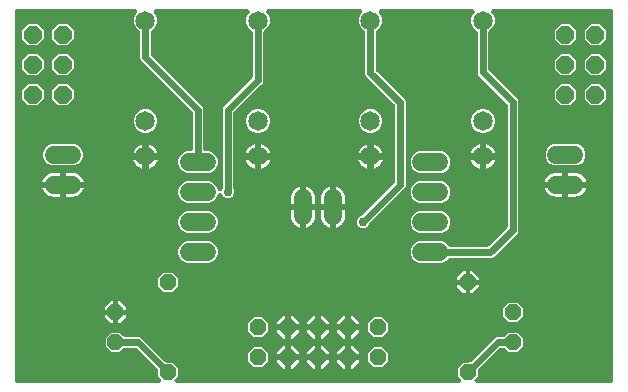
<source format=gbr>
G04 EAGLE Gerber RS-274X export*
G75*
%MOMM*%
%FSLAX34Y34*%
%LPD*%
%INBottom Copper*%
%IPPOS*%
%AMOC8*
5,1,8,0,0,1.08239X$1,22.5*%
G01*
%ADD10P,1.429621X8X292.500000*%
%ADD11P,1.539592X8X22.500000*%
%ADD12P,1.429621X8X112.500000*%
%ADD13C,1.524000*%
%ADD14C,1.650000*%
%ADD15P,1.649562X8X292.500000*%
%ADD16C,0.609600*%
%ADD17C,0.756400*%

G36*
X132198Y10162D02*
X132198Y10162D01*
X132207Y10161D01*
X132399Y10182D01*
X132590Y10201D01*
X132599Y10203D01*
X132608Y10204D01*
X132790Y10262D01*
X132975Y10319D01*
X132983Y10323D01*
X132992Y10326D01*
X133160Y10419D01*
X133329Y10511D01*
X133336Y10516D01*
X133344Y10521D01*
X133491Y10645D01*
X133638Y10768D01*
X133644Y10775D01*
X133651Y10781D01*
X133770Y10932D01*
X133891Y11082D01*
X133895Y11090D01*
X133900Y11097D01*
X133988Y11270D01*
X134076Y11439D01*
X134079Y11448D01*
X134083Y11456D01*
X134135Y11642D01*
X134188Y11826D01*
X134188Y11835D01*
X134191Y11844D01*
X134205Y12037D01*
X134221Y12228D01*
X134220Y12236D01*
X134220Y12245D01*
X134196Y12438D01*
X134174Y12627D01*
X134171Y12636D01*
X134170Y12645D01*
X134108Y12828D01*
X134049Y13010D01*
X134044Y13018D01*
X134042Y13026D01*
X133946Y13192D01*
X133851Y13361D01*
X133845Y13368D01*
X133841Y13375D01*
X133626Y13628D01*
X131571Y15683D01*
X131571Y19871D01*
X131569Y19897D01*
X131571Y19924D01*
X131549Y20098D01*
X131531Y20271D01*
X131524Y20297D01*
X131520Y20323D01*
X131465Y20489D01*
X131413Y20656D01*
X131400Y20680D01*
X131392Y20705D01*
X131305Y20857D01*
X131221Y21010D01*
X131204Y21031D01*
X131191Y21054D01*
X130976Y21307D01*
X113001Y39282D01*
X112980Y39299D01*
X112963Y39320D01*
X112825Y39427D01*
X112689Y39537D01*
X112666Y39550D01*
X112645Y39566D01*
X112488Y39644D01*
X112334Y39726D01*
X112308Y39734D01*
X112284Y39746D01*
X112115Y39791D01*
X111948Y39841D01*
X111921Y39843D01*
X111895Y39850D01*
X111565Y39877D01*
X103014Y39877D01*
X102988Y39875D01*
X102961Y39877D01*
X102787Y39855D01*
X102614Y39837D01*
X102588Y39830D01*
X102562Y39826D01*
X102396Y39770D01*
X102229Y39719D01*
X102205Y39706D01*
X102180Y39698D01*
X102028Y39611D01*
X101875Y39527D01*
X101854Y39510D01*
X101831Y39497D01*
X101578Y39282D01*
X98617Y36321D01*
X91883Y36321D01*
X87121Y41083D01*
X87121Y47817D01*
X91883Y52579D01*
X98617Y52579D01*
X101578Y49618D01*
X101599Y49601D01*
X101616Y49580D01*
X101754Y49473D01*
X101890Y49363D01*
X101913Y49350D01*
X101934Y49334D01*
X102091Y49256D01*
X102245Y49174D01*
X102271Y49166D01*
X102295Y49154D01*
X102464Y49109D01*
X102631Y49059D01*
X102658Y49057D01*
X102684Y49050D01*
X103014Y49023D01*
X115210Y49023D01*
X116890Y48327D01*
X137443Y27774D01*
X137464Y27757D01*
X137481Y27736D01*
X137619Y27629D01*
X137755Y27519D01*
X137778Y27506D01*
X137799Y27490D01*
X137956Y27412D01*
X138110Y27330D01*
X138136Y27322D01*
X138160Y27310D01*
X138329Y27265D01*
X138496Y27215D01*
X138523Y27213D01*
X138549Y27206D01*
X138879Y27179D01*
X143067Y27179D01*
X147829Y22417D01*
X147829Y15683D01*
X145774Y13628D01*
X145768Y13621D01*
X145762Y13616D01*
X145641Y13466D01*
X145519Y13317D01*
X145515Y13309D01*
X145509Y13302D01*
X145421Y13132D01*
X145330Y12961D01*
X145328Y12952D01*
X145324Y12945D01*
X145271Y12760D01*
X145216Y12575D01*
X145215Y12566D01*
X145212Y12558D01*
X145197Y12367D01*
X145179Y12174D01*
X145180Y12165D01*
X145179Y12156D01*
X145202Y11967D01*
X145223Y11774D01*
X145225Y11765D01*
X145226Y11757D01*
X145286Y11575D01*
X145344Y11390D01*
X145348Y11382D01*
X145351Y11374D01*
X145446Y11205D01*
X145539Y11038D01*
X145545Y11031D01*
X145549Y11023D01*
X145675Y10877D01*
X145799Y10731D01*
X145806Y10725D01*
X145812Y10718D01*
X145964Y10601D01*
X146115Y10481D01*
X146123Y10477D01*
X146130Y10472D01*
X146302Y10386D01*
X146474Y10299D01*
X146483Y10296D01*
X146491Y10292D01*
X146677Y10242D01*
X146862Y10191D01*
X146871Y10190D01*
X146880Y10188D01*
X147210Y10161D01*
X386190Y10161D01*
X386198Y10162D01*
X386207Y10161D01*
X386399Y10182D01*
X386590Y10201D01*
X386599Y10203D01*
X386608Y10204D01*
X386790Y10262D01*
X386975Y10319D01*
X386983Y10323D01*
X386992Y10326D01*
X387160Y10419D01*
X387329Y10511D01*
X387336Y10516D01*
X387344Y10521D01*
X387491Y10645D01*
X387638Y10768D01*
X387644Y10775D01*
X387651Y10781D01*
X387770Y10932D01*
X387891Y11082D01*
X387895Y11090D01*
X387900Y11097D01*
X387988Y11270D01*
X388076Y11439D01*
X388079Y11448D01*
X388083Y11456D01*
X388135Y11642D01*
X388188Y11826D01*
X388188Y11835D01*
X388191Y11844D01*
X388205Y12037D01*
X388221Y12228D01*
X388220Y12236D01*
X388220Y12245D01*
X388196Y12438D01*
X388174Y12627D01*
X388171Y12636D01*
X388170Y12645D01*
X388108Y12828D01*
X388049Y13010D01*
X388044Y13018D01*
X388042Y13026D01*
X387946Y13192D01*
X387851Y13361D01*
X387845Y13368D01*
X387841Y13375D01*
X387626Y13628D01*
X385571Y15683D01*
X385571Y22417D01*
X390333Y27179D01*
X394521Y27179D01*
X394547Y27181D01*
X394574Y27179D01*
X394748Y27201D01*
X394921Y27219D01*
X394947Y27226D01*
X394973Y27230D01*
X395139Y27285D01*
X395306Y27337D01*
X395330Y27350D01*
X395355Y27358D01*
X395507Y27445D01*
X395660Y27529D01*
X395681Y27546D01*
X395704Y27559D01*
X395957Y27774D01*
X416510Y48327D01*
X418190Y49023D01*
X424036Y49023D01*
X424062Y49025D01*
X424089Y49023D01*
X424263Y49045D01*
X424436Y49063D01*
X424462Y49070D01*
X424488Y49074D01*
X424654Y49130D01*
X424821Y49181D01*
X424845Y49194D01*
X424870Y49202D01*
X425022Y49289D01*
X425175Y49373D01*
X425196Y49390D01*
X425219Y49403D01*
X425472Y49618D01*
X428433Y52579D01*
X435167Y52579D01*
X439929Y47817D01*
X439929Y41083D01*
X435167Y36321D01*
X428433Y36321D01*
X425472Y39282D01*
X425451Y39299D01*
X425434Y39320D01*
X425296Y39427D01*
X425160Y39537D01*
X425137Y39550D01*
X425116Y39566D01*
X424959Y39644D01*
X424805Y39726D01*
X424779Y39734D01*
X424755Y39746D01*
X424586Y39791D01*
X424419Y39841D01*
X424392Y39843D01*
X424366Y39850D01*
X424036Y39877D01*
X421835Y39877D01*
X421809Y39875D01*
X421782Y39877D01*
X421608Y39855D01*
X421435Y39837D01*
X421409Y39830D01*
X421383Y39826D01*
X421217Y39771D01*
X421050Y39719D01*
X421026Y39706D01*
X421001Y39698D01*
X420849Y39611D01*
X420696Y39527D01*
X420675Y39510D01*
X420652Y39497D01*
X420399Y39282D01*
X402424Y21307D01*
X402407Y21286D01*
X402386Y21269D01*
X402279Y21131D01*
X402169Y20995D01*
X402156Y20972D01*
X402140Y20951D01*
X402062Y20794D01*
X401980Y20640D01*
X401972Y20614D01*
X401960Y20590D01*
X401915Y20421D01*
X401865Y20254D01*
X401863Y20227D01*
X401856Y20201D01*
X401829Y19871D01*
X401829Y15683D01*
X399774Y13628D01*
X399768Y13621D01*
X399762Y13616D01*
X399641Y13466D01*
X399519Y13317D01*
X399515Y13309D01*
X399509Y13302D01*
X399421Y13132D01*
X399330Y12961D01*
X399328Y12952D01*
X399324Y12945D01*
X399271Y12760D01*
X399216Y12575D01*
X399215Y12566D01*
X399212Y12558D01*
X399197Y12367D01*
X399179Y12174D01*
X399180Y12165D01*
X399179Y12156D01*
X399202Y11967D01*
X399223Y11774D01*
X399225Y11765D01*
X399226Y11757D01*
X399286Y11575D01*
X399344Y11390D01*
X399348Y11382D01*
X399351Y11374D01*
X399446Y11205D01*
X399539Y11038D01*
X399545Y11031D01*
X399549Y11023D01*
X399675Y10877D01*
X399799Y10731D01*
X399806Y10725D01*
X399812Y10718D01*
X399964Y10601D01*
X400115Y10481D01*
X400123Y10477D01*
X400130Y10472D01*
X400302Y10386D01*
X400474Y10299D01*
X400483Y10296D01*
X400491Y10292D01*
X400677Y10242D01*
X400862Y10191D01*
X400871Y10190D01*
X400880Y10188D01*
X401210Y10161D01*
X514858Y10161D01*
X514876Y10163D01*
X514894Y10161D01*
X515076Y10182D01*
X515259Y10201D01*
X515276Y10206D01*
X515293Y10208D01*
X515468Y10265D01*
X515644Y10319D01*
X515659Y10327D01*
X515676Y10333D01*
X515836Y10423D01*
X515998Y10511D01*
X516011Y10522D01*
X516027Y10531D01*
X516166Y10651D01*
X516307Y10768D01*
X516318Y10782D01*
X516332Y10794D01*
X516444Y10939D01*
X516559Y11082D01*
X516567Y11098D01*
X516578Y11112D01*
X516660Y11277D01*
X516745Y11439D01*
X516750Y11456D01*
X516758Y11472D01*
X516805Y11651D01*
X516856Y11826D01*
X516858Y11844D01*
X516862Y11861D01*
X516889Y12192D01*
X516889Y324358D01*
X516887Y324376D01*
X516889Y324394D01*
X516868Y324576D01*
X516849Y324759D01*
X516844Y324776D01*
X516842Y324793D01*
X516785Y324968D01*
X516731Y325144D01*
X516723Y325159D01*
X516717Y325176D01*
X516627Y325336D01*
X516539Y325498D01*
X516528Y325511D01*
X516519Y325527D01*
X516399Y325666D01*
X516282Y325807D01*
X516268Y325818D01*
X516256Y325832D01*
X516111Y325944D01*
X515968Y326059D01*
X515952Y326067D01*
X515938Y326078D01*
X515773Y326160D01*
X515611Y326245D01*
X515594Y326250D01*
X515578Y326258D01*
X515399Y326305D01*
X515224Y326356D01*
X515206Y326358D01*
X515189Y326362D01*
X514858Y326389D01*
X415438Y326389D01*
X415429Y326388D01*
X415420Y326389D01*
X415228Y326368D01*
X415038Y326349D01*
X415029Y326347D01*
X415020Y326346D01*
X414838Y326288D01*
X414653Y326231D01*
X414645Y326227D01*
X414636Y326224D01*
X414468Y326131D01*
X414299Y326039D01*
X414292Y326034D01*
X414284Y326029D01*
X414136Y325904D01*
X413989Y325782D01*
X413984Y325775D01*
X413977Y325769D01*
X413857Y325617D01*
X413737Y325468D01*
X413733Y325460D01*
X413727Y325453D01*
X413640Y325280D01*
X413551Y325111D01*
X413549Y325102D01*
X413545Y325094D01*
X413493Y324909D01*
X413440Y324724D01*
X413439Y324715D01*
X413437Y324706D01*
X413423Y324512D01*
X413407Y324322D01*
X413408Y324314D01*
X413408Y324305D01*
X413432Y324114D01*
X413454Y323923D01*
X413457Y323914D01*
X413458Y323905D01*
X413519Y323724D01*
X413579Y323540D01*
X413583Y323532D01*
X413586Y323524D01*
X413682Y323356D01*
X413777Y323189D01*
X413783Y323182D01*
X413787Y323175D01*
X414002Y322922D01*
X414687Y322237D01*
X416175Y318644D01*
X416175Y314756D01*
X414687Y311163D01*
X411850Y308326D01*
X411835Y308318D01*
X411700Y308201D01*
X411562Y308087D01*
X411547Y308070D01*
X411530Y308055D01*
X411421Y307913D01*
X411308Y307774D01*
X411297Y307755D01*
X411284Y307737D01*
X411204Y307577D01*
X411121Y307418D01*
X411114Y307396D01*
X411104Y307376D01*
X411058Y307203D01*
X411008Y307032D01*
X411006Y307009D01*
X411000Y306987D01*
X410973Y306657D01*
X410973Y275785D01*
X410975Y275759D01*
X410973Y275732D01*
X410995Y275558D01*
X411013Y275385D01*
X411020Y275359D01*
X411024Y275333D01*
X411079Y275167D01*
X411131Y275000D01*
X411144Y274976D01*
X411152Y274951D01*
X411239Y274799D01*
X411323Y274646D01*
X411340Y274625D01*
X411353Y274602D01*
X411568Y274349D01*
X435677Y250240D01*
X436373Y248560D01*
X436373Y138790D01*
X435677Y137110D01*
X415340Y116773D01*
X413660Y116077D01*
X378771Y116077D01*
X378745Y116075D01*
X378718Y116077D01*
X378544Y116055D01*
X378371Y116037D01*
X378345Y116030D01*
X378318Y116026D01*
X378153Y115970D01*
X377986Y115919D01*
X377962Y115906D01*
X377937Y115898D01*
X377786Y115811D01*
X377632Y115727D01*
X377611Y115710D01*
X377588Y115697D01*
X377335Y115482D01*
X374750Y112897D01*
X371389Y111505D01*
X352511Y111505D01*
X349150Y112897D01*
X346577Y115470D01*
X345185Y118831D01*
X345185Y122469D01*
X346577Y125830D01*
X349150Y128403D01*
X352511Y129795D01*
X371389Y129795D01*
X374750Y128403D01*
X377335Y125818D01*
X377356Y125801D01*
X377373Y125780D01*
X377511Y125673D01*
X377646Y125563D01*
X377670Y125550D01*
X377691Y125534D01*
X377848Y125456D01*
X378002Y125374D01*
X378028Y125366D01*
X378052Y125354D01*
X378221Y125309D01*
X378388Y125259D01*
X378415Y125257D01*
X378441Y125250D01*
X378771Y125223D01*
X410015Y125223D01*
X410041Y125225D01*
X410068Y125223D01*
X410242Y125245D01*
X410415Y125263D01*
X410441Y125270D01*
X410467Y125274D01*
X410633Y125329D01*
X410800Y125381D01*
X410824Y125394D01*
X410849Y125402D01*
X411001Y125489D01*
X411154Y125573D01*
X411175Y125590D01*
X411198Y125603D01*
X411451Y125818D01*
X426632Y140999D01*
X426649Y141020D01*
X426670Y141037D01*
X426777Y141175D01*
X426887Y141311D01*
X426900Y141334D01*
X426916Y141355D01*
X426994Y141512D01*
X427076Y141666D01*
X427084Y141692D01*
X427096Y141716D01*
X427141Y141885D01*
X427191Y142052D01*
X427193Y142079D01*
X427200Y142105D01*
X427227Y142435D01*
X427227Y244915D01*
X427225Y244941D01*
X427227Y244968D01*
X427205Y245142D01*
X427187Y245315D01*
X427180Y245341D01*
X427176Y245367D01*
X427121Y245533D01*
X427069Y245700D01*
X427056Y245724D01*
X427048Y245749D01*
X426961Y245901D01*
X426877Y246054D01*
X426860Y246075D01*
X426847Y246098D01*
X426632Y246351D01*
X402523Y270460D01*
X401827Y272140D01*
X401827Y306657D01*
X401825Y306679D01*
X401827Y306702D01*
X401805Y306879D01*
X401787Y307057D01*
X401781Y307079D01*
X401778Y307101D01*
X401722Y307271D01*
X401669Y307442D01*
X401658Y307462D01*
X401651Y307483D01*
X401563Y307639D01*
X401477Y307796D01*
X401463Y307814D01*
X401452Y307833D01*
X401334Y307968D01*
X401220Y308106D01*
X401202Y308120D01*
X401187Y308137D01*
X401045Y308246D01*
X400970Y308306D01*
X398113Y311163D01*
X396625Y314756D01*
X396625Y318644D01*
X398113Y322237D01*
X398798Y322922D01*
X398804Y322929D01*
X398811Y322934D01*
X398930Y323083D01*
X399053Y323233D01*
X399057Y323241D01*
X399063Y323248D01*
X399151Y323418D01*
X399242Y323589D01*
X399244Y323598D01*
X399249Y323605D01*
X399302Y323790D01*
X399357Y323975D01*
X399357Y323984D01*
X399360Y323992D01*
X399375Y324181D01*
X399393Y324376D01*
X399392Y324385D01*
X399393Y324394D01*
X399371Y324583D01*
X399350Y324776D01*
X399347Y324785D01*
X399346Y324793D01*
X399286Y324976D01*
X399228Y325160D01*
X399224Y325168D01*
X399221Y325176D01*
X399126Y325344D01*
X399033Y325512D01*
X399028Y325519D01*
X399023Y325527D01*
X398898Y325672D01*
X398773Y325819D01*
X398766Y325825D01*
X398760Y325832D01*
X398607Y325950D01*
X398457Y326069D01*
X398449Y326073D01*
X398442Y326078D01*
X398270Y326164D01*
X398098Y326251D01*
X398089Y326254D01*
X398081Y326258D01*
X397896Y326307D01*
X397710Y326359D01*
X397701Y326360D01*
X397693Y326362D01*
X397362Y326389D01*
X320188Y326389D01*
X320179Y326388D01*
X320170Y326389D01*
X319978Y326368D01*
X319788Y326349D01*
X319779Y326347D01*
X319770Y326346D01*
X319588Y326288D01*
X319403Y326231D01*
X319395Y326227D01*
X319386Y326224D01*
X319218Y326131D01*
X319049Y326039D01*
X319042Y326034D01*
X319034Y326029D01*
X318886Y325904D01*
X318739Y325782D01*
X318734Y325775D01*
X318727Y325769D01*
X318607Y325617D01*
X318487Y325468D01*
X318483Y325460D01*
X318477Y325453D01*
X318390Y325280D01*
X318301Y325111D01*
X318299Y325102D01*
X318295Y325094D01*
X318243Y324909D01*
X318190Y324724D01*
X318189Y324715D01*
X318187Y324706D01*
X318173Y324512D01*
X318157Y324322D01*
X318158Y324314D01*
X318158Y324305D01*
X318182Y324114D01*
X318204Y323923D01*
X318207Y323914D01*
X318208Y323905D01*
X318269Y323724D01*
X318329Y323540D01*
X318333Y323532D01*
X318336Y323524D01*
X318432Y323356D01*
X318527Y323189D01*
X318533Y323182D01*
X318537Y323175D01*
X318752Y322922D01*
X319437Y322237D01*
X320925Y318644D01*
X320925Y314756D01*
X319437Y311163D01*
X316600Y308326D01*
X316585Y308318D01*
X316450Y308201D01*
X316312Y308087D01*
X316297Y308070D01*
X316280Y308055D01*
X316171Y307913D01*
X316058Y307774D01*
X316047Y307755D01*
X316034Y307737D01*
X315954Y307577D01*
X315871Y307418D01*
X315864Y307396D01*
X315854Y307376D01*
X315808Y307203D01*
X315758Y307032D01*
X315756Y307009D01*
X315750Y306987D01*
X315723Y306657D01*
X315723Y274863D01*
X315727Y274816D01*
X315725Y274769D01*
X315747Y274617D01*
X315763Y274463D01*
X315776Y274418D01*
X315783Y274371D01*
X315835Y274226D01*
X315881Y274078D01*
X315903Y274036D01*
X315919Y273992D01*
X315999Y273860D01*
X316073Y273724D01*
X316103Y273688D01*
X316127Y273647D01*
X316292Y273461D01*
X316330Y273415D01*
X316338Y273408D01*
X316347Y273399D01*
X338820Y251810D01*
X338829Y251803D01*
X338836Y251795D01*
X338988Y251678D01*
X338991Y251676D01*
X339736Y250931D01*
X339750Y250919D01*
X339765Y250902D01*
X340408Y250284D01*
X340749Y249461D01*
X340758Y249445D01*
X340765Y249424D01*
X341123Y248607D01*
X341123Y247716D01*
X341125Y247698D01*
X341123Y247675D01*
X341144Y246659D01*
X341123Y246405D01*
X341123Y176890D01*
X340427Y175210D01*
X310319Y145102D01*
X310299Y145078D01*
X310275Y145057D01*
X310171Y144922D01*
X310063Y144790D01*
X310049Y144763D01*
X310030Y144738D01*
X309878Y144443D01*
X309299Y143044D01*
X307806Y141551D01*
X305856Y140743D01*
X303744Y140743D01*
X301794Y141551D01*
X300301Y143044D01*
X299493Y144994D01*
X299493Y147106D01*
X300301Y149056D01*
X301794Y150549D01*
X303193Y151128D01*
X303220Y151143D01*
X303250Y151153D01*
X303398Y151238D01*
X303548Y151318D01*
X303572Y151338D01*
X303599Y151354D01*
X303852Y151569D01*
X331382Y179099D01*
X331399Y179120D01*
X331420Y179137D01*
X331527Y179275D01*
X331637Y179411D01*
X331650Y179434D01*
X331666Y179455D01*
X331744Y179612D01*
X331826Y179766D01*
X331834Y179792D01*
X331846Y179816D01*
X331891Y179985D01*
X331941Y180152D01*
X331943Y180179D01*
X331950Y180205D01*
X331977Y180535D01*
X331977Y244837D01*
X331973Y244884D01*
X331975Y244931D01*
X331953Y245083D01*
X331937Y245237D01*
X331924Y245282D01*
X331917Y245329D01*
X331865Y245474D01*
X331819Y245622D01*
X331797Y245664D01*
X331781Y245708D01*
X331701Y245840D01*
X331627Y245976D01*
X331597Y246012D01*
X331573Y246053D01*
X331408Y246239D01*
X331370Y246285D01*
X331362Y246292D01*
X331353Y246301D01*
X308880Y267890D01*
X308871Y267897D01*
X308864Y267905D01*
X308712Y268022D01*
X308709Y268024D01*
X307964Y268769D01*
X307950Y268781D01*
X307935Y268798D01*
X307292Y269416D01*
X306951Y270239D01*
X306942Y270255D01*
X306935Y270276D01*
X306577Y271093D01*
X306577Y271984D01*
X306575Y272002D01*
X306577Y272025D01*
X306556Y273041D01*
X306577Y273295D01*
X306577Y306657D01*
X306575Y306679D01*
X306577Y306702D01*
X306555Y306879D01*
X306537Y307057D01*
X306531Y307079D01*
X306528Y307101D01*
X306472Y307271D01*
X306419Y307442D01*
X306408Y307462D01*
X306401Y307483D01*
X306313Y307639D01*
X306227Y307796D01*
X306213Y307814D01*
X306202Y307833D01*
X306084Y307968D01*
X305970Y308106D01*
X305952Y308120D01*
X305937Y308137D01*
X305795Y308246D01*
X305720Y308306D01*
X302863Y311163D01*
X301375Y314756D01*
X301375Y318644D01*
X302863Y322237D01*
X303548Y322922D01*
X303554Y322929D01*
X303561Y322934D01*
X303680Y323083D01*
X303803Y323233D01*
X303807Y323241D01*
X303813Y323248D01*
X303901Y323418D01*
X303992Y323589D01*
X303994Y323598D01*
X303999Y323605D01*
X304052Y323790D01*
X304107Y323975D01*
X304107Y323984D01*
X304110Y323992D01*
X304125Y324181D01*
X304143Y324376D01*
X304142Y324385D01*
X304143Y324394D01*
X304121Y324583D01*
X304100Y324776D01*
X304097Y324785D01*
X304096Y324793D01*
X304036Y324976D01*
X303978Y325160D01*
X303974Y325168D01*
X303971Y325176D01*
X303876Y325344D01*
X303783Y325512D01*
X303778Y325519D01*
X303773Y325527D01*
X303648Y325672D01*
X303523Y325819D01*
X303516Y325825D01*
X303510Y325832D01*
X303357Y325950D01*
X303207Y326069D01*
X303199Y326073D01*
X303192Y326078D01*
X303020Y326164D01*
X302848Y326251D01*
X302839Y326254D01*
X302831Y326258D01*
X302646Y326307D01*
X302460Y326359D01*
X302451Y326360D01*
X302443Y326362D01*
X302112Y326389D01*
X224938Y326389D01*
X224929Y326388D01*
X224920Y326389D01*
X224728Y326368D01*
X224538Y326349D01*
X224529Y326347D01*
X224520Y326346D01*
X224338Y326288D01*
X224153Y326231D01*
X224145Y326227D01*
X224136Y326224D01*
X223968Y326131D01*
X223799Y326039D01*
X223792Y326034D01*
X223784Y326029D01*
X223636Y325904D01*
X223489Y325782D01*
X223484Y325775D01*
X223477Y325769D01*
X223357Y325617D01*
X223237Y325468D01*
X223233Y325460D01*
X223227Y325453D01*
X223140Y325280D01*
X223051Y325111D01*
X223049Y325102D01*
X223045Y325094D01*
X222993Y324909D01*
X222940Y324724D01*
X222939Y324715D01*
X222937Y324706D01*
X222923Y324512D01*
X222907Y324322D01*
X222908Y324314D01*
X222908Y324305D01*
X222932Y324114D01*
X222954Y323923D01*
X222957Y323914D01*
X222958Y323905D01*
X223019Y323724D01*
X223079Y323540D01*
X223083Y323532D01*
X223086Y323524D01*
X223182Y323356D01*
X223277Y323189D01*
X223283Y323182D01*
X223287Y323175D01*
X223502Y322922D01*
X224187Y322237D01*
X225675Y318644D01*
X225675Y314756D01*
X224187Y311163D01*
X221350Y308326D01*
X221335Y308318D01*
X221200Y308201D01*
X221062Y308087D01*
X221047Y308070D01*
X221030Y308055D01*
X220921Y307913D01*
X220808Y307774D01*
X220797Y307755D01*
X220784Y307737D01*
X220704Y307577D01*
X220621Y307418D01*
X220614Y307396D01*
X220604Y307376D01*
X220558Y307203D01*
X220508Y307032D01*
X220506Y307009D01*
X220500Y306987D01*
X220473Y306657D01*
X220473Y265790D01*
X219777Y264110D01*
X218205Y262538D01*
X195668Y240001D01*
X195651Y239980D01*
X195630Y239963D01*
X195523Y239825D01*
X195413Y239689D01*
X195400Y239666D01*
X195384Y239645D01*
X195306Y239488D01*
X195224Y239334D01*
X195216Y239308D01*
X195204Y239284D01*
X195159Y239115D01*
X195109Y238948D01*
X195107Y238921D01*
X195100Y238895D01*
X195073Y238565D01*
X195073Y174682D01*
X195074Y174669D01*
X195073Y174656D01*
X195075Y174639D01*
X195074Y174620D01*
X195096Y174450D01*
X195113Y174281D01*
X195120Y174258D01*
X195120Y174257D01*
X195122Y174251D01*
X195126Y174220D01*
X195227Y173904D01*
X195807Y172506D01*
X195807Y170394D01*
X194999Y168444D01*
X193506Y166951D01*
X191556Y166143D01*
X189444Y166143D01*
X187494Y166951D01*
X186001Y168444D01*
X185564Y169500D01*
X185559Y169508D01*
X185557Y169516D01*
X185465Y169684D01*
X185374Y169855D01*
X185368Y169862D01*
X185364Y169870D01*
X185240Y170017D01*
X185117Y170165D01*
X185110Y170171D01*
X185104Y170178D01*
X184954Y170298D01*
X184805Y170419D01*
X184797Y170423D01*
X184790Y170429D01*
X184619Y170516D01*
X184448Y170606D01*
X184439Y170609D01*
X184431Y170613D01*
X184248Y170665D01*
X184062Y170719D01*
X184053Y170720D01*
X184044Y170722D01*
X183853Y170737D01*
X183660Y170754D01*
X183652Y170753D01*
X183643Y170753D01*
X183453Y170730D01*
X183260Y170709D01*
X183252Y170706D01*
X183243Y170705D01*
X183063Y170645D01*
X182877Y170585D01*
X182869Y170581D01*
X182861Y170578D01*
X182695Y170484D01*
X182526Y170389D01*
X182519Y170383D01*
X182511Y170379D01*
X182366Y170252D01*
X182220Y170127D01*
X182214Y170120D01*
X182207Y170114D01*
X182090Y169962D01*
X181972Y169810D01*
X181968Y169802D01*
X181962Y169795D01*
X181810Y169500D01*
X180473Y166270D01*
X177900Y163697D01*
X174639Y162346D01*
X174638Y162346D01*
X174539Y162305D01*
X155661Y162305D01*
X152300Y163697D01*
X149727Y166270D01*
X148335Y169631D01*
X148335Y173269D01*
X149727Y176630D01*
X152300Y179203D01*
X155661Y180595D01*
X174539Y180595D01*
X177900Y179203D01*
X180473Y176630D01*
X181810Y173400D01*
X181815Y173392D01*
X181817Y173383D01*
X181910Y173215D01*
X182001Y173045D01*
X182006Y173038D01*
X182011Y173030D01*
X182134Y172884D01*
X182257Y172735D01*
X182264Y172729D01*
X182270Y172722D01*
X182421Y172602D01*
X182570Y172481D01*
X182578Y172477D01*
X182585Y172471D01*
X182757Y172383D01*
X182926Y172294D01*
X182935Y172291D01*
X182943Y172287D01*
X183128Y172235D01*
X183313Y172181D01*
X183322Y172180D01*
X183330Y172178D01*
X183522Y172163D01*
X183714Y172146D01*
X183723Y172147D01*
X183732Y172147D01*
X183924Y172170D01*
X184114Y172191D01*
X184122Y172194D01*
X184131Y172195D01*
X184314Y172256D01*
X184497Y172315D01*
X184505Y172319D01*
X184514Y172322D01*
X184681Y172417D01*
X184849Y172511D01*
X184855Y172517D01*
X184863Y172521D01*
X185009Y172648D01*
X185154Y172773D01*
X185160Y172780D01*
X185167Y172786D01*
X185284Y172939D01*
X185403Y173090D01*
X185407Y173098D01*
X185412Y173105D01*
X185564Y173400D01*
X185773Y173904D01*
X185782Y173934D01*
X185796Y173962D01*
X185840Y174127D01*
X185889Y174290D01*
X185892Y174318D01*
X185894Y174326D01*
X185894Y174329D01*
X185900Y174351D01*
X185927Y174682D01*
X185927Y242210D01*
X186623Y243890D01*
X210732Y267999D01*
X210749Y268020D01*
X210770Y268037D01*
X210877Y268175D01*
X210987Y268311D01*
X211000Y268334D01*
X211016Y268355D01*
X211094Y268512D01*
X211176Y268666D01*
X211184Y268692D01*
X211196Y268716D01*
X211241Y268885D01*
X211291Y269052D01*
X211293Y269079D01*
X211300Y269105D01*
X211327Y269435D01*
X211327Y306657D01*
X211325Y306679D01*
X211327Y306702D01*
X211305Y306879D01*
X211287Y307057D01*
X211281Y307079D01*
X211278Y307101D01*
X211222Y307271D01*
X211169Y307442D01*
X211158Y307462D01*
X211151Y307483D01*
X211063Y307639D01*
X210977Y307796D01*
X210963Y307814D01*
X210952Y307833D01*
X210834Y307968D01*
X210720Y308106D01*
X210702Y308120D01*
X210687Y308137D01*
X210545Y308246D01*
X210470Y308306D01*
X207613Y311163D01*
X206125Y314756D01*
X206125Y318644D01*
X207613Y322237D01*
X208298Y322922D01*
X208304Y322929D01*
X208311Y322934D01*
X208430Y323083D01*
X208553Y323233D01*
X208557Y323241D01*
X208563Y323248D01*
X208651Y323418D01*
X208742Y323589D01*
X208744Y323598D01*
X208749Y323605D01*
X208802Y323790D01*
X208857Y323975D01*
X208857Y323984D01*
X208860Y323992D01*
X208875Y324181D01*
X208893Y324376D01*
X208892Y324385D01*
X208893Y324394D01*
X208871Y324583D01*
X208850Y324776D01*
X208847Y324785D01*
X208846Y324793D01*
X208786Y324976D01*
X208728Y325160D01*
X208724Y325168D01*
X208721Y325176D01*
X208626Y325344D01*
X208533Y325512D01*
X208528Y325519D01*
X208523Y325527D01*
X208398Y325672D01*
X208273Y325819D01*
X208266Y325825D01*
X208260Y325832D01*
X208107Y325950D01*
X207957Y326069D01*
X207949Y326073D01*
X207942Y326078D01*
X207770Y326164D01*
X207598Y326251D01*
X207589Y326254D01*
X207581Y326258D01*
X207396Y326307D01*
X207210Y326359D01*
X207201Y326360D01*
X207193Y326362D01*
X206862Y326389D01*
X129688Y326389D01*
X129679Y326388D01*
X129670Y326389D01*
X129478Y326368D01*
X129288Y326349D01*
X129279Y326347D01*
X129270Y326346D01*
X129088Y326288D01*
X128903Y326231D01*
X128895Y326227D01*
X128886Y326224D01*
X128718Y326131D01*
X128549Y326039D01*
X128542Y326034D01*
X128534Y326029D01*
X128386Y325904D01*
X128239Y325782D01*
X128234Y325775D01*
X128227Y325769D01*
X128107Y325617D01*
X127987Y325468D01*
X127983Y325460D01*
X127977Y325453D01*
X127890Y325280D01*
X127801Y325111D01*
X127799Y325102D01*
X127795Y325094D01*
X127743Y324909D01*
X127690Y324724D01*
X127689Y324715D01*
X127687Y324706D01*
X127673Y324512D01*
X127657Y324322D01*
X127658Y324314D01*
X127658Y324305D01*
X127682Y324114D01*
X127704Y323923D01*
X127707Y323914D01*
X127708Y323905D01*
X127769Y323724D01*
X127829Y323540D01*
X127833Y323532D01*
X127836Y323524D01*
X127932Y323356D01*
X128027Y323189D01*
X128033Y323182D01*
X128037Y323175D01*
X128252Y322922D01*
X128937Y322237D01*
X130425Y318644D01*
X130425Y314756D01*
X128937Y311163D01*
X126100Y308326D01*
X126085Y308318D01*
X125950Y308201D01*
X125812Y308087D01*
X125797Y308070D01*
X125780Y308055D01*
X125671Y307913D01*
X125558Y307774D01*
X125547Y307755D01*
X125534Y307737D01*
X125454Y307577D01*
X125371Y307418D01*
X125364Y307396D01*
X125354Y307376D01*
X125308Y307203D01*
X125258Y307032D01*
X125256Y307009D01*
X125250Y306987D01*
X125223Y306657D01*
X125223Y288485D01*
X125225Y288459D01*
X125223Y288432D01*
X125245Y288258D01*
X125263Y288085D01*
X125270Y288059D01*
X125274Y288033D01*
X125329Y287867D01*
X125381Y287700D01*
X125394Y287676D01*
X125402Y287651D01*
X125489Y287499D01*
X125573Y287346D01*
X125590Y287325D01*
X125603Y287302D01*
X125818Y287049D01*
X168977Y243890D01*
X169673Y242210D01*
X169673Y208026D01*
X169675Y208008D01*
X169673Y207990D01*
X169694Y207808D01*
X169713Y207625D01*
X169718Y207608D01*
X169720Y207591D01*
X169777Y207416D01*
X169831Y207240D01*
X169839Y207225D01*
X169845Y207208D01*
X169935Y207048D01*
X170023Y206886D01*
X170034Y206873D01*
X170043Y206857D01*
X170163Y206718D01*
X170280Y206577D01*
X170294Y206566D01*
X170306Y206552D01*
X170452Y206439D01*
X170594Y206325D01*
X170610Y206317D01*
X170624Y206306D01*
X170789Y206224D01*
X170951Y206139D01*
X170968Y206134D01*
X170984Y206126D01*
X171163Y206079D01*
X171338Y206028D01*
X171356Y206026D01*
X171373Y206022D01*
X171704Y205995D01*
X174539Y205995D01*
X177900Y204603D01*
X180473Y202030D01*
X181865Y198669D01*
X181865Y195031D01*
X180473Y191670D01*
X177900Y189097D01*
X177068Y188753D01*
X174539Y187705D01*
X155661Y187705D01*
X152300Y189097D01*
X149727Y191670D01*
X148335Y195031D01*
X148335Y198669D01*
X149727Y202030D01*
X152300Y204603D01*
X154029Y205319D01*
X155661Y205995D01*
X158496Y205995D01*
X158514Y205997D01*
X158532Y205995D01*
X158714Y206016D01*
X158897Y206035D01*
X158914Y206040D01*
X158931Y206042D01*
X159106Y206099D01*
X159282Y206153D01*
X159297Y206161D01*
X159314Y206167D01*
X159474Y206257D01*
X159636Y206345D01*
X159649Y206356D01*
X159665Y206365D01*
X159804Y206485D01*
X159945Y206602D01*
X159956Y206616D01*
X159970Y206628D01*
X160082Y206772D01*
X160197Y206916D01*
X160205Y206932D01*
X160216Y206946D01*
X160298Y207111D01*
X160383Y207273D01*
X160388Y207290D01*
X160396Y207306D01*
X160443Y207485D01*
X160494Y207660D01*
X160496Y207678D01*
X160500Y207695D01*
X160527Y208026D01*
X160527Y238565D01*
X160525Y238591D01*
X160527Y238618D01*
X160505Y238792D01*
X160487Y238965D01*
X160480Y238991D01*
X160476Y239017D01*
X160421Y239183D01*
X160369Y239350D01*
X160356Y239374D01*
X160348Y239399D01*
X160261Y239551D01*
X160177Y239704D01*
X160160Y239725D01*
X160147Y239748D01*
X159932Y240001D01*
X116773Y283160D01*
X116077Y284840D01*
X116077Y306657D01*
X116075Y306679D01*
X116077Y306702D01*
X116055Y306879D01*
X116037Y307057D01*
X116031Y307079D01*
X116028Y307101D01*
X115972Y307271D01*
X115919Y307442D01*
X115908Y307462D01*
X115901Y307483D01*
X115813Y307639D01*
X115727Y307796D01*
X115713Y307814D01*
X115702Y307833D01*
X115584Y307968D01*
X115470Y308106D01*
X115452Y308120D01*
X115437Y308137D01*
X115295Y308246D01*
X115220Y308306D01*
X112363Y311163D01*
X110875Y314756D01*
X110875Y318644D01*
X112363Y322237D01*
X113048Y322922D01*
X113054Y322929D01*
X113061Y322934D01*
X113180Y323083D01*
X113303Y323233D01*
X113307Y323241D01*
X113313Y323248D01*
X113401Y323418D01*
X113492Y323589D01*
X113494Y323598D01*
X113499Y323605D01*
X113552Y323790D01*
X113607Y323975D01*
X113607Y323984D01*
X113610Y323992D01*
X113625Y324181D01*
X113643Y324376D01*
X113642Y324385D01*
X113643Y324394D01*
X113621Y324583D01*
X113600Y324776D01*
X113597Y324785D01*
X113596Y324793D01*
X113536Y324976D01*
X113478Y325160D01*
X113474Y325168D01*
X113471Y325176D01*
X113376Y325344D01*
X113283Y325512D01*
X113278Y325519D01*
X113273Y325527D01*
X113148Y325672D01*
X113023Y325819D01*
X113016Y325825D01*
X113010Y325832D01*
X112857Y325950D01*
X112707Y326069D01*
X112699Y326073D01*
X112692Y326078D01*
X112520Y326164D01*
X112348Y326251D01*
X112339Y326254D01*
X112331Y326258D01*
X112146Y326307D01*
X111960Y326359D01*
X111951Y326360D01*
X111943Y326362D01*
X111612Y326389D01*
X34317Y326389D01*
X34285Y326386D01*
X34254Y326388D01*
X34086Y326366D01*
X33916Y326349D01*
X33886Y326340D01*
X33855Y326336D01*
X33608Y326257D01*
X31584Y326289D01*
X31570Y326288D01*
X31552Y326289D01*
X12192Y326289D01*
X12174Y326287D01*
X12156Y326289D01*
X11974Y326268D01*
X11791Y326249D01*
X11774Y326244D01*
X11757Y326242D01*
X11582Y326185D01*
X11406Y326131D01*
X11391Y326123D01*
X11374Y326117D01*
X11214Y326027D01*
X11052Y325939D01*
X11039Y325928D01*
X11023Y325919D01*
X10884Y325799D01*
X10743Y325682D01*
X10732Y325668D01*
X10718Y325656D01*
X10606Y325511D01*
X10491Y325368D01*
X10483Y325352D01*
X10472Y325338D01*
X10390Y325173D01*
X10305Y325011D01*
X10300Y324994D01*
X10292Y324978D01*
X10245Y324799D01*
X10194Y324624D01*
X10192Y324606D01*
X10188Y324589D01*
X10161Y324258D01*
X10161Y12192D01*
X10163Y12174D01*
X10161Y12156D01*
X10182Y11974D01*
X10201Y11791D01*
X10206Y11774D01*
X10208Y11757D01*
X10265Y11582D01*
X10319Y11406D01*
X10327Y11391D01*
X10333Y11374D01*
X10423Y11214D01*
X10511Y11052D01*
X10522Y11039D01*
X10531Y11023D01*
X10651Y10884D01*
X10768Y10743D01*
X10782Y10732D01*
X10794Y10718D01*
X10939Y10606D01*
X11082Y10491D01*
X11098Y10483D01*
X11112Y10472D01*
X11277Y10390D01*
X11439Y10305D01*
X11456Y10300D01*
X11472Y10292D01*
X11651Y10245D01*
X11826Y10194D01*
X11844Y10192D01*
X11861Y10188D01*
X12192Y10161D01*
X132190Y10161D01*
X132198Y10162D01*
G37*
%LPC*%
G36*
X155661Y111505D02*
X155661Y111505D01*
X152300Y112897D01*
X149727Y115470D01*
X148335Y118831D01*
X148335Y122469D01*
X149727Y125830D01*
X152300Y128403D01*
X155661Y129795D01*
X174539Y129795D01*
X177900Y128403D01*
X180473Y125830D01*
X181865Y122469D01*
X181865Y118831D01*
X180473Y115470D01*
X177900Y112897D01*
X174539Y111505D01*
X155661Y111505D01*
G37*
%LPD*%
%LPC*%
G36*
X41361Y194055D02*
X41361Y194055D01*
X38000Y195447D01*
X35427Y198020D01*
X34035Y201381D01*
X34035Y205019D01*
X35427Y208380D01*
X38000Y210953D01*
X41361Y212345D01*
X60239Y212345D01*
X63600Y210953D01*
X66173Y208380D01*
X67565Y205019D01*
X67565Y201381D01*
X66173Y198020D01*
X63600Y195447D01*
X60239Y194055D01*
X41361Y194055D01*
G37*
%LPD*%
%LPC*%
G36*
X352511Y136905D02*
X352511Y136905D01*
X349150Y138297D01*
X346577Y140870D01*
X345185Y144231D01*
X345185Y147869D01*
X346577Y151230D01*
X349150Y153803D01*
X352511Y155195D01*
X371389Y155195D01*
X374750Y153803D01*
X377323Y151230D01*
X378715Y147869D01*
X378715Y144231D01*
X377323Y140870D01*
X374750Y138297D01*
X371389Y136905D01*
X352511Y136905D01*
G37*
%LPD*%
%LPC*%
G36*
X155661Y136905D02*
X155661Y136905D01*
X152300Y138297D01*
X149727Y140870D01*
X148335Y144231D01*
X148335Y147869D01*
X149727Y151230D01*
X152300Y153803D01*
X155661Y155195D01*
X174539Y155195D01*
X177900Y153803D01*
X180473Y151230D01*
X181865Y147869D01*
X181865Y144231D01*
X180473Y140870D01*
X177900Y138297D01*
X174539Y136905D01*
X155661Y136905D01*
G37*
%LPD*%
%LPC*%
G36*
X466811Y194055D02*
X466811Y194055D01*
X463450Y195447D01*
X460877Y198020D01*
X459485Y201381D01*
X459485Y205019D01*
X460877Y208380D01*
X463450Y210953D01*
X466811Y212345D01*
X485689Y212345D01*
X489050Y210953D01*
X491623Y208380D01*
X493015Y205019D01*
X493015Y201381D01*
X491623Y198020D01*
X489050Y195447D01*
X485689Y194055D01*
X466811Y194055D01*
G37*
%LPD*%
%LPC*%
G36*
X352511Y187705D02*
X352511Y187705D01*
X349150Y189097D01*
X346577Y191670D01*
X345185Y195031D01*
X345185Y198669D01*
X346577Y202030D01*
X349150Y204603D01*
X350879Y205319D01*
X352511Y205995D01*
X371389Y205995D01*
X374750Y204603D01*
X377323Y202030D01*
X378715Y198669D01*
X378715Y195031D01*
X377323Y191670D01*
X374750Y189097D01*
X373918Y188753D01*
X371389Y187705D01*
X352511Y187705D01*
G37*
%LPD*%
%LPC*%
G36*
X352511Y162305D02*
X352511Y162305D01*
X349150Y163697D01*
X346577Y166270D01*
X345185Y169631D01*
X345185Y173269D01*
X346577Y176630D01*
X349150Y179203D01*
X352511Y180595D01*
X371389Y180595D01*
X374750Y179203D01*
X377323Y176630D01*
X378715Y173269D01*
X378715Y169631D01*
X377323Y166270D01*
X374750Y163697D01*
X371489Y162346D01*
X371488Y162346D01*
X371389Y162305D01*
X352511Y162305D01*
G37*
%LPD*%
%LPC*%
G36*
X118706Y221925D02*
X118706Y221925D01*
X115113Y223413D01*
X112363Y226163D01*
X110875Y229756D01*
X110875Y233644D01*
X112363Y237237D01*
X115113Y239987D01*
X118706Y241475D01*
X122594Y241475D01*
X126187Y239987D01*
X128937Y237237D01*
X130425Y233644D01*
X130425Y229756D01*
X128937Y226163D01*
X126187Y223413D01*
X122594Y221925D01*
X118706Y221925D01*
G37*
%LPD*%
%LPC*%
G36*
X404456Y221925D02*
X404456Y221925D01*
X400863Y223413D01*
X398113Y226163D01*
X396625Y229756D01*
X396625Y233644D01*
X398113Y237237D01*
X400863Y239987D01*
X404456Y241475D01*
X408344Y241475D01*
X411937Y239987D01*
X414687Y237237D01*
X416175Y233644D01*
X416175Y229756D01*
X414687Y226163D01*
X411937Y223413D01*
X408344Y221925D01*
X404456Y221925D01*
G37*
%LPD*%
%LPC*%
G36*
X309206Y221925D02*
X309206Y221925D01*
X305613Y223413D01*
X302863Y226163D01*
X301375Y229756D01*
X301375Y233644D01*
X302863Y237237D01*
X305613Y239987D01*
X309206Y241475D01*
X313094Y241475D01*
X316687Y239987D01*
X319437Y237237D01*
X320925Y233644D01*
X320925Y229756D01*
X319437Y226163D01*
X316687Y223413D01*
X313094Y221925D01*
X309206Y221925D01*
G37*
%LPD*%
%LPC*%
G36*
X213956Y221925D02*
X213956Y221925D01*
X210363Y223413D01*
X207613Y226163D01*
X206125Y229756D01*
X206125Y233644D01*
X207613Y237237D01*
X210363Y239987D01*
X213956Y241475D01*
X217844Y241475D01*
X221437Y239987D01*
X224187Y237237D01*
X225675Y233644D01*
X225675Y229756D01*
X224187Y226163D01*
X221437Y223413D01*
X217844Y221925D01*
X213956Y221925D01*
G37*
%LPD*%
%LPC*%
G36*
X497862Y295655D02*
X497862Y295655D01*
X492505Y301012D01*
X492505Y308588D01*
X497862Y313945D01*
X505438Y313945D01*
X510795Y308588D01*
X510795Y301012D01*
X505438Y295655D01*
X497862Y295655D01*
G37*
%LPD*%
%LPC*%
G36*
X472462Y295655D02*
X472462Y295655D01*
X467105Y301012D01*
X467105Y308588D01*
X472462Y313945D01*
X480038Y313945D01*
X485395Y308588D01*
X485395Y301012D01*
X480038Y295655D01*
X472462Y295655D01*
G37*
%LPD*%
%LPC*%
G36*
X497862Y244855D02*
X497862Y244855D01*
X492505Y250212D01*
X492505Y257788D01*
X497862Y263145D01*
X505438Y263145D01*
X510795Y257788D01*
X510795Y250212D01*
X505438Y244855D01*
X497862Y244855D01*
G37*
%LPD*%
%LPC*%
G36*
X21612Y244855D02*
X21612Y244855D01*
X16255Y250212D01*
X16255Y257788D01*
X21612Y263145D01*
X29188Y263145D01*
X34545Y257788D01*
X34545Y250212D01*
X29188Y244855D01*
X21612Y244855D01*
G37*
%LPD*%
%LPC*%
G36*
X472462Y244855D02*
X472462Y244855D01*
X467105Y250212D01*
X467105Y257788D01*
X472462Y263145D01*
X480038Y263145D01*
X485395Y257788D01*
X485395Y250212D01*
X480038Y244855D01*
X472462Y244855D01*
G37*
%LPD*%
%LPC*%
G36*
X21612Y270255D02*
X21612Y270255D01*
X16255Y275612D01*
X16255Y283188D01*
X21612Y288545D01*
X29188Y288545D01*
X34545Y283188D01*
X34545Y275612D01*
X29188Y270255D01*
X21612Y270255D01*
G37*
%LPD*%
%LPC*%
G36*
X47012Y270255D02*
X47012Y270255D01*
X41655Y275612D01*
X41655Y283188D01*
X47012Y288545D01*
X54588Y288545D01*
X59945Y283188D01*
X59945Y275612D01*
X54588Y270255D01*
X47012Y270255D01*
G37*
%LPD*%
%LPC*%
G36*
X472462Y270255D02*
X472462Y270255D01*
X467105Y275612D01*
X467105Y283188D01*
X472462Y288545D01*
X480038Y288545D01*
X485395Y283188D01*
X485395Y275612D01*
X480038Y270255D01*
X472462Y270255D01*
G37*
%LPD*%
%LPC*%
G36*
X497862Y270255D02*
X497862Y270255D01*
X492505Y275612D01*
X492505Y283188D01*
X497862Y288545D01*
X505438Y288545D01*
X510795Y283188D01*
X510795Y275612D01*
X505438Y270255D01*
X497862Y270255D01*
G37*
%LPD*%
%LPC*%
G36*
X21612Y295655D02*
X21612Y295655D01*
X16255Y301012D01*
X16255Y308588D01*
X21612Y313945D01*
X29188Y313945D01*
X34545Y308588D01*
X34545Y301012D01*
X29188Y295655D01*
X21612Y295655D01*
G37*
%LPD*%
%LPC*%
G36*
X47012Y295655D02*
X47012Y295655D01*
X41655Y301012D01*
X41655Y308588D01*
X47012Y313945D01*
X54588Y313945D01*
X59945Y308588D01*
X59945Y301012D01*
X54588Y295655D01*
X47012Y295655D01*
G37*
%LPD*%
%LPC*%
G36*
X47012Y244855D02*
X47012Y244855D01*
X41655Y250212D01*
X41655Y257788D01*
X47012Y263145D01*
X54588Y263145D01*
X59945Y257788D01*
X59945Y250212D01*
X54588Y244855D01*
X47012Y244855D01*
G37*
%LPD*%
%LPC*%
G36*
X313923Y48513D02*
X313923Y48513D01*
X308863Y53573D01*
X308863Y60727D01*
X313923Y65787D01*
X321077Y65787D01*
X326137Y60727D01*
X326137Y53573D01*
X321077Y48513D01*
X313923Y48513D01*
G37*
%LPD*%
%LPC*%
G36*
X212323Y48513D02*
X212323Y48513D01*
X207263Y53573D01*
X207263Y60727D01*
X212323Y65787D01*
X219477Y65787D01*
X224537Y60727D01*
X224537Y53573D01*
X219477Y48513D01*
X212323Y48513D01*
G37*
%LPD*%
%LPC*%
G36*
X212323Y23113D02*
X212323Y23113D01*
X207263Y28173D01*
X207263Y35327D01*
X212323Y40387D01*
X219477Y40387D01*
X224537Y35327D01*
X224537Y28173D01*
X219477Y23113D01*
X212323Y23113D01*
G37*
%LPD*%
%LPC*%
G36*
X313923Y23113D02*
X313923Y23113D01*
X308863Y28173D01*
X308863Y35327D01*
X313923Y40387D01*
X321077Y40387D01*
X326137Y35327D01*
X326137Y28173D01*
X321077Y23113D01*
X313923Y23113D01*
G37*
%LPD*%
%LPC*%
G36*
X428433Y61721D02*
X428433Y61721D01*
X423671Y66483D01*
X423671Y73217D01*
X428433Y77979D01*
X435167Y77979D01*
X439929Y73217D01*
X439929Y66483D01*
X435167Y61721D01*
X428433Y61721D01*
G37*
%LPD*%
%LPC*%
G36*
X136333Y87121D02*
X136333Y87121D01*
X131571Y91883D01*
X131571Y98617D01*
X136333Y103379D01*
X143067Y103379D01*
X147829Y98617D01*
X147829Y91883D01*
X143067Y87121D01*
X136333Y87121D01*
G37*
%LPD*%
%LPC*%
G36*
X281939Y161289D02*
X281939Y161289D01*
X281939Y176229D01*
X283300Y175786D01*
X284725Y175060D01*
X286019Y174120D01*
X287150Y172989D01*
X288090Y171695D01*
X288816Y170270D01*
X289311Y168749D01*
X289561Y167170D01*
X289561Y161289D01*
X281939Y161289D01*
G37*
%LPD*%
%LPC*%
G36*
X478789Y180339D02*
X478789Y180339D01*
X478789Y187961D01*
X484670Y187961D01*
X486249Y187711D01*
X487770Y187216D01*
X489195Y186490D01*
X490489Y185550D01*
X491620Y184419D01*
X492560Y183125D01*
X493286Y181700D01*
X493729Y180339D01*
X478789Y180339D01*
G37*
%LPD*%
%LPC*%
G36*
X53339Y180339D02*
X53339Y180339D01*
X53339Y187961D01*
X59220Y187961D01*
X60799Y187711D01*
X62320Y187216D01*
X63745Y186490D01*
X65039Y185550D01*
X66170Y184419D01*
X67110Y183125D01*
X67836Y181700D01*
X68279Y180339D01*
X53339Y180339D01*
G37*
%LPD*%
%LPC*%
G36*
X256539Y161289D02*
X256539Y161289D01*
X256539Y176229D01*
X257900Y175786D01*
X259325Y175060D01*
X260619Y174120D01*
X261750Y172989D01*
X262690Y171695D01*
X263416Y170270D01*
X263911Y168749D01*
X264161Y167170D01*
X264161Y161289D01*
X256539Y161289D01*
G37*
%LPD*%
%LPC*%
G36*
X256539Y156211D02*
X256539Y156211D01*
X264161Y156211D01*
X264161Y150330D01*
X263911Y148751D01*
X263416Y147230D01*
X262690Y145805D01*
X261750Y144511D01*
X260619Y143380D01*
X259325Y142440D01*
X257900Y141714D01*
X256539Y141271D01*
X256539Y156211D01*
G37*
%LPD*%
%LPC*%
G36*
X33321Y180339D02*
X33321Y180339D01*
X33764Y181700D01*
X34490Y183125D01*
X35430Y184419D01*
X36561Y185550D01*
X37855Y186490D01*
X39280Y187216D01*
X40801Y187711D01*
X42380Y187961D01*
X48261Y187961D01*
X48261Y180339D01*
X33321Y180339D01*
G37*
%LPD*%
%LPC*%
G36*
X281939Y156211D02*
X281939Y156211D01*
X289561Y156211D01*
X289561Y150330D01*
X289311Y148751D01*
X288816Y147230D01*
X288090Y145805D01*
X287150Y144511D01*
X286019Y143380D01*
X284725Y142440D01*
X283300Y141714D01*
X281939Y141271D01*
X281939Y156211D01*
G37*
%LPD*%
%LPC*%
G36*
X458771Y180339D02*
X458771Y180339D01*
X459214Y181700D01*
X459940Y183125D01*
X460880Y184419D01*
X462011Y185550D01*
X463305Y186490D01*
X464730Y187216D01*
X466251Y187711D01*
X467830Y187961D01*
X473711Y187961D01*
X473711Y180339D01*
X458771Y180339D01*
G37*
%LPD*%
%LPC*%
G36*
X243839Y161289D02*
X243839Y161289D01*
X243839Y167170D01*
X244089Y168749D01*
X244584Y170270D01*
X245310Y171695D01*
X246250Y172989D01*
X247381Y174120D01*
X248675Y175060D01*
X250100Y175786D01*
X251461Y176229D01*
X251461Y161289D01*
X243839Y161289D01*
G37*
%LPD*%
%LPC*%
G36*
X269239Y161289D02*
X269239Y161289D01*
X269239Y167170D01*
X269489Y168749D01*
X269984Y170270D01*
X270710Y171695D01*
X271650Y172989D01*
X272781Y174120D01*
X274075Y175060D01*
X275500Y175786D01*
X276861Y176229D01*
X276861Y161289D01*
X269239Y161289D01*
G37*
%LPD*%
%LPC*%
G36*
X53339Y167639D02*
X53339Y167639D01*
X53339Y175261D01*
X68279Y175261D01*
X67836Y173900D01*
X67110Y172475D01*
X66170Y171181D01*
X65039Y170050D01*
X63745Y169110D01*
X62320Y168384D01*
X60799Y167889D01*
X59220Y167639D01*
X53339Y167639D01*
G37*
%LPD*%
%LPC*%
G36*
X478789Y167639D02*
X478789Y167639D01*
X478789Y175261D01*
X493729Y175261D01*
X493286Y173900D01*
X492560Y172475D01*
X491620Y171181D01*
X490489Y170050D01*
X489195Y169110D01*
X487770Y168384D01*
X486249Y167889D01*
X484670Y167639D01*
X478789Y167639D01*
G37*
%LPD*%
%LPC*%
G36*
X467830Y167639D02*
X467830Y167639D01*
X466251Y167889D01*
X464730Y168384D01*
X463305Y169110D01*
X462011Y170050D01*
X460880Y171181D01*
X459940Y172475D01*
X459214Y173900D01*
X458771Y175261D01*
X473711Y175261D01*
X473711Y167639D01*
X467830Y167639D01*
G37*
%LPD*%
%LPC*%
G36*
X42380Y167639D02*
X42380Y167639D01*
X40801Y167889D01*
X39280Y168384D01*
X37855Y169110D01*
X36561Y170050D01*
X35430Y171181D01*
X34490Y172475D01*
X33764Y173900D01*
X33321Y175261D01*
X48261Y175261D01*
X48261Y167639D01*
X42380Y167639D01*
G37*
%LPD*%
%LPC*%
G36*
X250100Y141714D02*
X250100Y141714D01*
X248675Y142440D01*
X247381Y143380D01*
X246250Y144511D01*
X245310Y145805D01*
X244584Y147230D01*
X244089Y148751D01*
X243839Y150330D01*
X243839Y156211D01*
X251461Y156211D01*
X251461Y141271D01*
X250100Y141714D01*
G37*
%LPD*%
%LPC*%
G36*
X275500Y141714D02*
X275500Y141714D01*
X274075Y142440D01*
X272781Y143380D01*
X271650Y144511D01*
X270710Y145805D01*
X269984Y147230D01*
X269489Y148751D01*
X269239Y150330D01*
X269239Y156211D01*
X276861Y156211D01*
X276861Y141271D01*
X275500Y141714D01*
G37*
%LPD*%
%LPC*%
G36*
X123399Y204449D02*
X123399Y204449D01*
X123399Y212153D01*
X124792Y211700D01*
X126306Y210929D01*
X127680Y209931D01*
X128881Y208730D01*
X129879Y207356D01*
X130650Y205842D01*
X131103Y204449D01*
X123399Y204449D01*
G37*
%LPD*%
%LPC*%
G36*
X313899Y204449D02*
X313899Y204449D01*
X313899Y212153D01*
X315292Y211700D01*
X316806Y210929D01*
X318180Y209931D01*
X319381Y208730D01*
X320379Y207356D01*
X321150Y205842D01*
X321603Y204449D01*
X313899Y204449D01*
G37*
%LPD*%
%LPC*%
G36*
X409149Y204449D02*
X409149Y204449D01*
X409149Y212153D01*
X410542Y211700D01*
X412056Y210929D01*
X413430Y209931D01*
X414631Y208730D01*
X415629Y207356D01*
X416400Y205842D01*
X416853Y204449D01*
X409149Y204449D01*
G37*
%LPD*%
%LPC*%
G36*
X218649Y204449D02*
X218649Y204449D01*
X218649Y212153D01*
X220042Y211700D01*
X221556Y210929D01*
X222930Y209931D01*
X224131Y208730D01*
X225129Y207356D01*
X225900Y205842D01*
X226353Y204449D01*
X218649Y204449D01*
G37*
%LPD*%
%LPC*%
G36*
X300697Y204449D02*
X300697Y204449D01*
X301150Y205842D01*
X301921Y207356D01*
X302919Y208730D01*
X304120Y209931D01*
X305494Y210929D01*
X307008Y211700D01*
X308401Y212153D01*
X308401Y204449D01*
X300697Y204449D01*
G37*
%LPD*%
%LPC*%
G36*
X313899Y198951D02*
X313899Y198951D01*
X321603Y198951D01*
X321150Y197558D01*
X320379Y196044D01*
X319381Y194670D01*
X318180Y193469D01*
X316806Y192471D01*
X315292Y191700D01*
X313899Y191247D01*
X313899Y198951D01*
G37*
%LPD*%
%LPC*%
G36*
X409149Y198951D02*
X409149Y198951D01*
X416853Y198951D01*
X416400Y197558D01*
X415629Y196044D01*
X414631Y194670D01*
X413430Y193469D01*
X412056Y192471D01*
X410542Y191700D01*
X409149Y191247D01*
X409149Y198951D01*
G37*
%LPD*%
%LPC*%
G36*
X123399Y198951D02*
X123399Y198951D01*
X131103Y198951D01*
X130650Y197558D01*
X129879Y196044D01*
X128881Y194670D01*
X127680Y193469D01*
X126306Y192471D01*
X124792Y191700D01*
X123399Y191247D01*
X123399Y198951D01*
G37*
%LPD*%
%LPC*%
G36*
X205447Y204449D02*
X205447Y204449D01*
X205900Y205842D01*
X206671Y207356D01*
X207669Y208730D01*
X208870Y209931D01*
X210244Y210929D01*
X211758Y211700D01*
X213151Y212153D01*
X213151Y204449D01*
X205447Y204449D01*
G37*
%LPD*%
%LPC*%
G36*
X395947Y204449D02*
X395947Y204449D01*
X396400Y205842D01*
X397171Y207356D01*
X398169Y208730D01*
X399370Y209931D01*
X400744Y210929D01*
X402258Y211700D01*
X403651Y212153D01*
X403651Y204449D01*
X395947Y204449D01*
G37*
%LPD*%
%LPC*%
G36*
X218649Y198951D02*
X218649Y198951D01*
X226353Y198951D01*
X225900Y197558D01*
X225129Y196044D01*
X224131Y194670D01*
X222930Y193469D01*
X221556Y192471D01*
X220042Y191700D01*
X218649Y191247D01*
X218649Y198951D01*
G37*
%LPD*%
%LPC*%
G36*
X110197Y204449D02*
X110197Y204449D01*
X110650Y205842D01*
X111421Y207356D01*
X112419Y208730D01*
X113620Y209931D01*
X114994Y210929D01*
X116508Y211700D01*
X117901Y212153D01*
X117901Y204449D01*
X110197Y204449D01*
G37*
%LPD*%
%LPC*%
G36*
X116508Y191700D02*
X116508Y191700D01*
X114994Y192471D01*
X113620Y193469D01*
X112419Y194670D01*
X111421Y196044D01*
X110650Y197558D01*
X110197Y198951D01*
X117901Y198951D01*
X117901Y191247D01*
X116508Y191700D01*
G37*
%LPD*%
%LPC*%
G36*
X307008Y191700D02*
X307008Y191700D01*
X305494Y192471D01*
X304120Y193469D01*
X302919Y194670D01*
X301921Y196044D01*
X301150Y197558D01*
X300697Y198951D01*
X308401Y198951D01*
X308401Y191247D01*
X307008Y191700D01*
G37*
%LPD*%
%LPC*%
G36*
X402258Y191700D02*
X402258Y191700D01*
X400744Y192471D01*
X399370Y193469D01*
X398169Y194670D01*
X397171Y196044D01*
X396400Y197558D01*
X395947Y198951D01*
X403651Y198951D01*
X403651Y191247D01*
X402258Y191700D01*
G37*
%LPD*%
%LPC*%
G36*
X211758Y191700D02*
X211758Y191700D01*
X210244Y192471D01*
X208870Y193469D01*
X207669Y194670D01*
X206671Y196044D01*
X205900Y197558D01*
X205447Y198951D01*
X213151Y198951D01*
X213151Y191247D01*
X211758Y191700D01*
G37*
%LPD*%
%LPC*%
G36*
X294385Y59435D02*
X294385Y59435D01*
X294385Y66803D01*
X296098Y66803D01*
X301753Y61148D01*
X301753Y59435D01*
X294385Y59435D01*
G37*
%LPD*%
%LPC*%
G36*
X268985Y34035D02*
X268985Y34035D01*
X268985Y41403D01*
X270698Y41403D01*
X276353Y35748D01*
X276353Y34035D01*
X268985Y34035D01*
G37*
%LPD*%
%LPC*%
G36*
X294385Y34035D02*
X294385Y34035D01*
X294385Y41403D01*
X296098Y41403D01*
X301753Y35748D01*
X301753Y34035D01*
X294385Y34035D01*
G37*
%LPD*%
%LPC*%
G36*
X243585Y34035D02*
X243585Y34035D01*
X243585Y41403D01*
X245298Y41403D01*
X250953Y35748D01*
X250953Y34035D01*
X243585Y34035D01*
G37*
%LPD*%
%LPC*%
G36*
X243585Y59435D02*
X243585Y59435D01*
X243585Y66803D01*
X245298Y66803D01*
X250953Y61148D01*
X250953Y59435D01*
X243585Y59435D01*
G37*
%LPD*%
%LPC*%
G36*
X268985Y59435D02*
X268985Y59435D01*
X268985Y66803D01*
X270698Y66803D01*
X276353Y61148D01*
X276353Y59435D01*
X268985Y59435D01*
G37*
%LPD*%
%LPC*%
G36*
X243585Y22097D02*
X243585Y22097D01*
X243585Y29465D01*
X250953Y29465D01*
X250953Y27752D01*
X245298Y22097D01*
X243585Y22097D01*
G37*
%LPD*%
%LPC*%
G36*
X282447Y59435D02*
X282447Y59435D01*
X282447Y61148D01*
X288102Y66803D01*
X289815Y66803D01*
X289815Y59435D01*
X282447Y59435D01*
G37*
%LPD*%
%LPC*%
G36*
X231647Y59435D02*
X231647Y59435D01*
X231647Y61148D01*
X237302Y66803D01*
X239015Y66803D01*
X239015Y59435D01*
X231647Y59435D01*
G37*
%LPD*%
%LPC*%
G36*
X257047Y59435D02*
X257047Y59435D01*
X257047Y61148D01*
X262702Y66803D01*
X264415Y66803D01*
X264415Y59435D01*
X257047Y59435D01*
G37*
%LPD*%
%LPC*%
G36*
X268985Y22097D02*
X268985Y22097D01*
X268985Y29465D01*
X276353Y29465D01*
X276353Y27752D01*
X270698Y22097D01*
X268985Y22097D01*
G37*
%LPD*%
%LPC*%
G36*
X294385Y22097D02*
X294385Y22097D01*
X294385Y29465D01*
X301753Y29465D01*
X301753Y27752D01*
X296098Y22097D01*
X294385Y22097D01*
G37*
%LPD*%
%LPC*%
G36*
X294385Y47497D02*
X294385Y47497D01*
X294385Y54865D01*
X301753Y54865D01*
X301753Y53152D01*
X296098Y47497D01*
X294385Y47497D01*
G37*
%LPD*%
%LPC*%
G36*
X243585Y47497D02*
X243585Y47497D01*
X243585Y54865D01*
X250953Y54865D01*
X250953Y53152D01*
X245298Y47497D01*
X243585Y47497D01*
G37*
%LPD*%
%LPC*%
G36*
X268985Y47497D02*
X268985Y47497D01*
X268985Y54865D01*
X276353Y54865D01*
X276353Y53152D01*
X270698Y47497D01*
X268985Y47497D01*
G37*
%LPD*%
%LPC*%
G36*
X282447Y34035D02*
X282447Y34035D01*
X282447Y35748D01*
X288102Y41403D01*
X289815Y41403D01*
X289815Y34035D01*
X282447Y34035D01*
G37*
%LPD*%
%LPC*%
G36*
X231647Y34035D02*
X231647Y34035D01*
X231647Y35748D01*
X237302Y41403D01*
X239015Y41403D01*
X239015Y34035D01*
X231647Y34035D01*
G37*
%LPD*%
%LPC*%
G36*
X257047Y34035D02*
X257047Y34035D01*
X257047Y35748D01*
X262702Y41403D01*
X264415Y41403D01*
X264415Y34035D01*
X257047Y34035D01*
G37*
%LPD*%
%LPC*%
G36*
X237302Y47497D02*
X237302Y47497D01*
X231647Y53152D01*
X231647Y54865D01*
X239015Y54865D01*
X239015Y47497D01*
X237302Y47497D01*
G37*
%LPD*%
%LPC*%
G36*
X262702Y22097D02*
X262702Y22097D01*
X257047Y27752D01*
X257047Y29465D01*
X264415Y29465D01*
X264415Y22097D01*
X262702Y22097D01*
G37*
%LPD*%
%LPC*%
G36*
X288102Y22097D02*
X288102Y22097D01*
X282447Y27752D01*
X282447Y29465D01*
X289815Y29465D01*
X289815Y22097D01*
X288102Y22097D01*
G37*
%LPD*%
%LPC*%
G36*
X237302Y22097D02*
X237302Y22097D01*
X231647Y27752D01*
X231647Y29465D01*
X239015Y29465D01*
X239015Y22097D01*
X237302Y22097D01*
G37*
%LPD*%
%LPC*%
G36*
X262702Y47497D02*
X262702Y47497D01*
X257047Y53152D01*
X257047Y54865D01*
X264415Y54865D01*
X264415Y47497D01*
X262702Y47497D01*
G37*
%LPD*%
%LPC*%
G36*
X288102Y47497D02*
X288102Y47497D01*
X282447Y53152D01*
X282447Y54865D01*
X289815Y54865D01*
X289815Y47497D01*
X288102Y47497D01*
G37*
%LPD*%
%LPC*%
G36*
X395731Y97281D02*
X395731Y97281D01*
X395731Y104395D01*
X397488Y104395D01*
X402845Y99038D01*
X402845Y97281D01*
X395731Y97281D01*
G37*
%LPD*%
%LPC*%
G36*
X97281Y71881D02*
X97281Y71881D01*
X97281Y78995D01*
X99038Y78995D01*
X104395Y73638D01*
X104395Y71881D01*
X97281Y71881D01*
G37*
%LPD*%
%LPC*%
G36*
X97281Y60705D02*
X97281Y60705D01*
X97281Y67819D01*
X104395Y67819D01*
X104395Y66062D01*
X99038Y60705D01*
X97281Y60705D01*
G37*
%LPD*%
%LPC*%
G36*
X395731Y86105D02*
X395731Y86105D01*
X395731Y93219D01*
X402845Y93219D01*
X402845Y91462D01*
X397488Y86105D01*
X395731Y86105D01*
G37*
%LPD*%
%LPC*%
G36*
X86105Y71881D02*
X86105Y71881D01*
X86105Y73638D01*
X91462Y78995D01*
X93219Y78995D01*
X93219Y71881D01*
X86105Y71881D01*
G37*
%LPD*%
%LPC*%
G36*
X384555Y97281D02*
X384555Y97281D01*
X384555Y99038D01*
X389912Y104395D01*
X391669Y104395D01*
X391669Y97281D01*
X384555Y97281D01*
G37*
%LPD*%
%LPC*%
G36*
X91462Y60705D02*
X91462Y60705D01*
X86105Y66062D01*
X86105Y67819D01*
X93219Y67819D01*
X93219Y60705D01*
X91462Y60705D01*
G37*
%LPD*%
%LPC*%
G36*
X389912Y86105D02*
X389912Y86105D01*
X384555Y91462D01*
X384555Y93219D01*
X391669Y93219D01*
X391669Y86105D01*
X389912Y86105D01*
G37*
%LPD*%
D10*
X431800Y69850D03*
X431800Y44450D03*
X95250Y69850D03*
X95250Y44450D03*
D11*
X215900Y31750D03*
X215900Y57150D03*
X241300Y31750D03*
X241300Y57150D03*
X266700Y31750D03*
X266700Y57150D03*
X292100Y31750D03*
X292100Y57150D03*
X317500Y31750D03*
X317500Y57150D03*
D10*
X393700Y95250D03*
X393700Y19050D03*
D12*
X139700Y19050D03*
X139700Y95250D03*
D13*
X354330Y120650D02*
X369570Y120650D01*
X369570Y146050D02*
X354330Y146050D01*
X354330Y171450D02*
X369570Y171450D01*
X369570Y196850D02*
X354330Y196850D01*
X468630Y203200D02*
X483870Y203200D01*
X483870Y177800D02*
X468630Y177800D01*
X58420Y203200D02*
X43180Y203200D01*
X43180Y177800D02*
X58420Y177800D01*
X157480Y120650D02*
X172720Y120650D01*
X172720Y146050D02*
X157480Y146050D01*
X157480Y171450D02*
X172720Y171450D01*
X172720Y196850D02*
X157480Y196850D01*
D14*
X120650Y316700D03*
X120650Y231700D03*
X120650Y201700D03*
X215900Y316700D03*
X215900Y231700D03*
X215900Y201700D03*
X311150Y316700D03*
X311150Y231700D03*
X311150Y201700D03*
X406400Y316700D03*
X406400Y231700D03*
X406400Y201700D03*
D13*
X254000Y166370D02*
X254000Y151130D01*
X279400Y151130D02*
X279400Y166370D01*
D15*
X476250Y304800D03*
X501650Y304800D03*
X476250Y279400D03*
X501650Y279400D03*
X476250Y254000D03*
X501650Y254000D03*
X25400Y304800D03*
X50800Y304800D03*
X25400Y279400D03*
X50800Y279400D03*
X25400Y254000D03*
X50800Y254000D03*
D16*
X393700Y19050D02*
X419100Y44450D01*
X431800Y44450D01*
X114300Y44450D02*
X95250Y44450D01*
X114300Y44450D02*
X139700Y19050D01*
X120650Y285750D02*
X120650Y316700D01*
X120650Y285750D02*
X165100Y241300D01*
X165100Y196850D01*
X311150Y272050D02*
X311150Y316700D01*
X311150Y272050D02*
X336550Y247650D01*
X336550Y177800D01*
X304800Y146050D01*
D17*
X304800Y146050D03*
D16*
X406400Y273050D02*
X406400Y316700D01*
X406400Y273050D02*
X431800Y247650D01*
X431800Y139700D01*
X412750Y120650D01*
X361950Y120650D01*
D17*
X190500Y171450D03*
D16*
X215900Y266700D02*
X215900Y316700D01*
X190500Y241300D02*
X190500Y171450D01*
X190500Y241300D02*
X215900Y266700D01*
M02*

</source>
